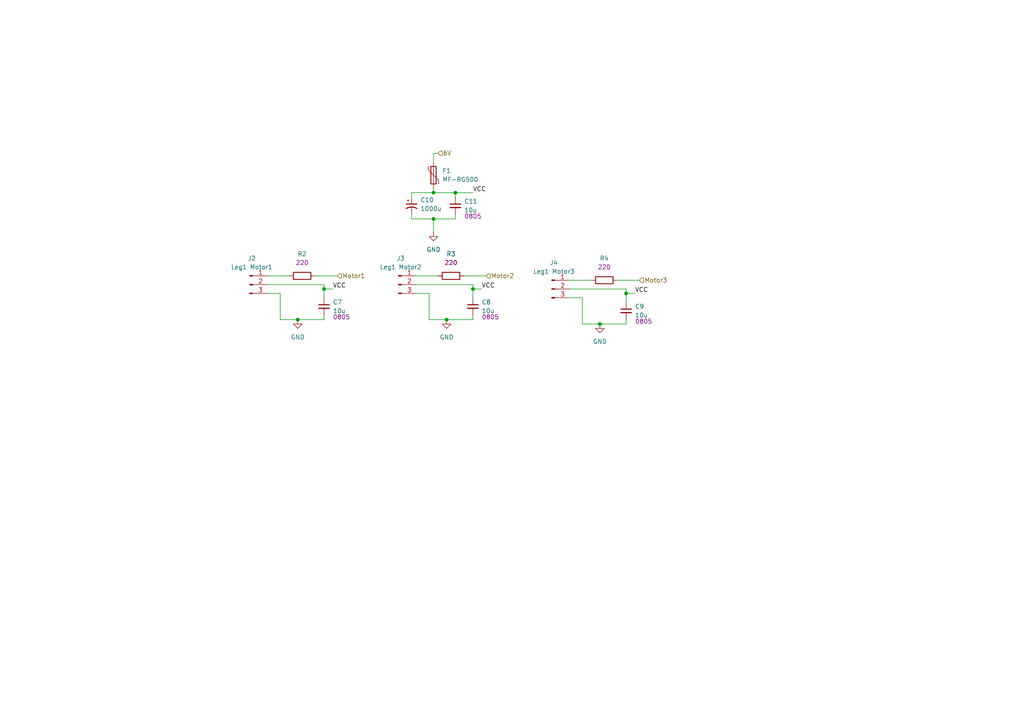
<source format=kicad_sch>
(kicad_sch (version 20250114) (generator "eeschema") (generator_version "9.0")
  (paper "A4")
  (lib_symbols
    (symbol "Connector:Conn_01x03_Pin" (pin_names (offset 1.016) (hide yes))
      (property "Reference" "J" (at 0 5.08 0))
      (property "Value" "Conn_01x03_Pin" (at 0 -5.08 0))
      (symbol "Conn_01x03_Pin_1_1"
        (rectangle (start 0.8636 2.667) (end 0 2.413) (stroke (width 0.1524)) (fill (type outline)))
        (rectangle (start 0.8636 0.127) (end 0 -0.127) (stroke (width 0.1524)) (fill (type outline)))
        (rectangle (start 0.8636 -2.413) (end 0 -2.667) (stroke (width 0.1524)) (fill (type outline)))
        (polyline (pts (xy 1.27 2.54) (xy 0.8636 2.54)) (stroke (width 0.1524)))
        (polyline (pts (xy 1.27 0) (xy 0.8636 0)) (stroke (width 0.1524)))
        (polyline (pts (xy 1.27 -2.54) (xy 0.8636 -2.54)) (stroke (width 0.1524)))
        (pin passive line (at 5.08 2.54 180) (length 3.81) (name "Pin_1") (number "1"))
        (pin passive line (at 5.08 0 180) (length 3.81) (name "Pin_2") (number "2"))
        (pin passive line (at 5.08 -2.54 180) (length 3.81) (name "Pin_3") (number "3"))
      )
    )
    (symbol "Device:C_Polarized_Small_US" (pin_numbers (hide yes)) (pin_names (offset 0.254) (hide yes))
      (property "Reference" "C" (at 0.254 1.778 0))
      (property "Value" "C_Polarized_Small_US" (at 0.254 -2.032 0))
      (symbol "C_Polarized_Small_US_0_1"
        (polyline (pts (xy -1.524 0.508) (xy 1.524 0.508)) (stroke (width 0.3048)))
        (polyline (pts (xy -1.27 1.524) (xy -0.762 1.524)))
        (polyline (pts (xy -1.016 1.27) (xy -1.016 1.778)))
        (arc (start -1.524 -0.762) (mid 0 -0.3734) (end 1.524 -0.762) (stroke (width 0.3048)))
      )
      (symbol "C_Polarized_Small_US_1_1"
        (pin passive line (at 0 2.54 270) (length 2.032) (name "~") (number "1"))
        (pin passive line (at 0 -2.54 90) (length 2.032) (name "~") (number "2"))
      )
    )
    (symbol "Device:C_Small" (pin_numbers (hide yes)) (pin_names (offset 0.254) (hide yes))
      (property "Reference" "C" (at 0.254 1.778 0))
      (property "Value" "C_Small" (at 0.254 -2.032 0))
      (symbol "C_Small_0_1"
        (polyline (pts (xy -1.524 0.508) (xy 1.524 0.508)) (stroke (width 0.3048)))
        (polyline (pts (xy -1.524 -0.508) (xy 1.524 -0.508)) (stroke (width 0.3302)))
      )
      (symbol "C_Small_1_1"
        (pin passive line (at 0 2.54 270) (length 2.032) (name "~") (number "1"))
        (pin passive line (at 0 -2.54 90) (length 2.032) (name "~") (number "2"))
      )
    )
    (symbol "Device:Polyfuse" (pin_numbers (hide yes)) (pin_names (offset 0))
      (property "Reference" "F" (at -2.54 0 90))
      (property "Value" "Polyfuse" (at 2.54 0 90))
      (symbol "Polyfuse_0_1"
        (polyline (pts (xy -1.524 2.54) (xy -1.524 1.524) (xy 1.524 -1.524) (xy 1.524 -2.54)))
        (rectangle (start -0.762 2.54) (end 0.762 -2.54) (stroke (width 0.254)))
        (polyline (pts (xy 0 2.54) (xy 0 -2.54)))
      )
      (symbol "Polyfuse_1_1"
        (pin passive line (at 0 3.81 270) (length 1.27) (name "~") (number "1"))
        (pin passive line (at 0 -3.81 90) (length 1.27) (name "~") (number "2"))
      )
    )
    (symbol "PCM_4ms_Resistor:150K_0603" (pin_numbers (hide yes)) (pin_names (offset 0))
      (property "Reference" "R" (at 2.032 0 90))
      (property "Display" "150K" (at 3.81 0 90))
      (symbol "150K_0603_0_1"
        (rectangle (start -1.016 -2.54) (end 1.016 2.54) (stroke (width 0.254)))
      )
      (symbol "150K_0603_1_1"
        (pin passive line (at 0 3.81 270) (length 1.27) (name "~") (number "1"))
        (pin passive line (at 0 -3.81 90) (length 1.27) (name "~") (number "2"))
      )
    )
    (symbol "power:GND" (power) (pin_numbers (hide yes)) (pin_names (offset 0) (hide yes))
      (property "Value" "GND" (at 0 -3.81 0))
      (symbol "GND_0_1"
        (polyline (pts (xy 0 0) (xy 0 -1.27) (xy 1.27 -1.27) (xy 0 -2.54) (xy -1.27 -1.27) (xy 0 -1.27)))
      )
      (symbol "GND_1_1"
        (pin power_in line (at 0 0 270) (length 0) (name "~") (number "1"))
      )
    )
  )
  (junction (at 93.98 83.82))
  (junction (at 181.61 85.09))
  (junction (at 129.54 92.71))
  (junction (at 132.08 55.88))
  (junction (at 173.99 93.98))
  (junction (at 125.73 55.88))
  (junction (at 125.73 63.5))
  (junction (at 137.16 83.82))
  (junction (at 86.36 92.71))
  (wire (pts (xy 165.1 81.28) (xy 171.45 81.28)))
  (wire (pts (xy 181.61 83.82) (xy 165.1 83.82)))
  (wire (pts (xy 125.73 63.5) (xy 132.08 63.5)))
  (wire (pts (xy 124.46 92.71) (xy 129.54 92.71)))
  (wire (pts (xy 168.91 93.98) (xy 173.99 93.98)))
  (wire (pts (xy 137.16 83.82) (xy 137.16 86.36)))
  (wire (pts (xy 137.16 82.55) (xy 137.16 83.82)))
  (wire (pts (xy 179.07 81.28) (xy 185.42 81.28)))
  (wire (pts (xy 168.91 93.98) (xy 168.91 86.36)))
  (wire (pts (xy 137.16 91.44) (xy 137.16 92.71)))
  (wire (pts (xy 124.46 85.09) (xy 120.65 85.09)))
  (wire (pts (xy 77.47 80.01) (xy 83.82 80.01)))
  (wire (pts (xy 125.73 63.5) (xy 125.73 67.31)))
  (wire (pts (xy 181.61 83.82) (xy 181.61 85.09)))
  (wire (pts (xy 119.38 55.88) (xy 119.38 57.15)))
  (wire (pts (xy 129.54 92.71) (xy 137.16 92.71)))
  (wire (pts (xy 173.99 93.98) (xy 181.61 93.98)))
  (wire (pts (xy 91.44 80.01) (xy 97.79 80.01)))
  (wire (pts (xy 125.73 54.61) (xy 125.73 55.88)))
  (wire (pts (xy 132.08 63.5) (xy 132.08 62.23)))
  (wire (pts (xy 137.16 82.55) (xy 120.65 82.55)))
  (wire (pts (xy 132.08 55.88) (xy 137.16 55.88)))
  (wire (pts (xy 81.28 85.09) (xy 77.47 85.09)))
  (wire (pts (xy 124.46 92.71) (xy 124.46 85.09)))
  (wire (pts (xy 134.62 80.01) (xy 140.97 80.01)))
  (wire (pts (xy 181.61 85.09) (xy 181.61 87.63)))
  (wire (pts (xy 119.38 63.5) (xy 125.73 63.5)))
  (wire (pts (xy 125.73 44.45) (xy 125.73 46.99)))
  (wire (pts (xy 93.98 82.55) (xy 93.98 83.82)))
  (wire (pts (xy 168.91 86.36) (xy 165.1 86.36)))
  (wire (pts (xy 86.36 92.71) (xy 93.98 92.71)))
  (wire (pts (xy 120.65 80.01) (xy 127 80.01)))
  (wire (pts (xy 181.61 85.09) (xy 184.15 85.09)))
  (wire (pts (xy 93.98 83.82) (xy 93.98 86.36)))
  (wire (pts (xy 181.61 92.71) (xy 181.61 93.98)))
  (wire (pts (xy 125.73 55.88) (xy 132.08 55.88)))
  (wire (pts (xy 93.98 83.82) (xy 96.52 83.82)))
  (wire (pts (xy 119.38 55.88) (xy 125.73 55.88)))
  (wire (pts (xy 93.98 82.55) (xy 77.47 82.55)))
  (wire (pts (xy 127 44.45) (xy 125.73 44.45)))
  (wire (pts (xy 81.28 92.71) (xy 81.28 85.09)))
  (wire (pts (xy 119.38 62.23) (xy 119.38 63.5)))
  (wire (pts (xy 93.98 91.44) (xy 93.98 92.71)))
  (wire (pts (xy 81.28 92.71) (xy 86.36 92.71)))
  (wire (pts (xy 137.16 83.82) (xy 139.7 83.82)))
  (wire (pts (xy 132.08 55.88) (xy 132.08 57.15)))
  (label "VCC" (at 96.52 83.82 0))
  (label "VCC" (at 137.16 55.88 0))
  (label "VCC" (at 139.7 83.82 0))
  (label "VCC" (at 184.15 85.09 0))
  (hierarchical_label "6V" (shape input) (at 127 44.45 0))
  (hierarchical_label "Motor3" (shape input) (at 185.42 81.28 0))
  (hierarchical_label "Motor2" (shape input) (at 140.97 80.01 0))
  (hierarchical_label "Motor1" (shape input) (at 97.79 80.01 0))
  (symbol (lib_id "Device:C_Small") (at 137.16 88.9 0) (unit 1)
    (property "Reference" "C8" (at 139.7 87.6362 0) (effects (justify left)))
    (property "Value" "10u" (at 139.7 90.1762 0) (effects (justify left)))
    (property "Footprint" "Capacitor_SMD:C_0805_2012Metric_Pad1.18x1.45mm_HandSolder" (effects (hide yes)))
    (property "Description" "0805" (at 142.24 91.948 0))
  )
  (symbol (lib_id "Connector:Conn_01x03_Pin") (at 160.02 83.82 0) (unit 1)
    (property "Reference" "J4" (at 160.655 76.2 0))
    (property "Value" "Leg1 Motor3" (at 160.655 78.74 0))
    (property "Footprint" "Connector_PinHeader_2.54mm:PinHeader_1x03_P2.54mm_Vertical" (effects (hide yes)))
    (property "Description" "Generic connector, single row, 01x03, script generated" (effects (hide yes)))
  )
  (symbol (lib_id "Device:C_Small") (at 132.08 59.69 0) (unit 1)
    (property "Reference" "C11" (at 134.62 58.4262 0) (effects (justify left)))
    (property "Value" "10u" (at 134.62 60.9662 0) (effects (justify left)))
    (property "Footprint" "Capacitor_SMD:C_0805_2012Metric_Pad1.18x1.45mm_HandSolder" (effects (hide yes)))
    (property "Description" "0805" (at 137.16 62.738 0))
  )
  (symbol (lib_id "Device:C_Small") (at 93.98 88.9 0) (unit 1)
    (property "Reference" "C7" (at 96.52 87.6362 0) (effects (justify left)))
    (property "Value" "10u" (at 96.52 90.1762 0) (effects (justify left)))
    (property "Footprint" "Capacitor_SMD:C_0805_2012Metric_Pad1.18x1.45mm_HandSolder" (effects (hide yes)))
    (property "Description" "0805" (at 99.06 91.948 0))
  )
  (symbol (lib_id "power:GND") (at 129.54 92.71 0) (unit 1)
    (property "Reference" "#PWR031" (effects (hide yes)))
    (property "Value" "GND" (at 129.54 97.79 0))
    (property "Description" "Power symbol creates a global label with name \"GND\" , ground" (effects (hide yes)))
  )
  (symbol (lib_id "Device:C_Polarized_Small_US") (at 119.38 59.69 0) (unit 1)
    (property "Reference" "C10" (at 121.92 57.9881 0) (effects (justify left)))
    (property "Value" "1000u" (at 121.92 60.5281 0) (effects (justify left)))
    (property "Footprint" "Capacitor_SMD:CP_Elec_10x10" (effects (hide yes)))
    (property "Description" "Polarized capacitor, small US symbol" (effects (hide yes)))
  )
  (symbol (lib_id "PCM_4ms_Resistor:150K_0603") (at 130.81 80.01 90) (unit 1)
    (property "Reference" "R3" (at 130.81 73.66 90))
    (property "Value" "150K_0603" (effects (hide yes)))
    (property "Footprint" "PCM_4ms_Resistor:R_0805_2012Metric" (effects (hide yes)))
    (property "Description" "150K, 1%, 1/10W, 0603" (effects (hide yes)))
    (property "Specifications" "150K, 1%, 1/10W, 0603" (effects (hide yes)))
    (property "Manufacturer" "Yageo" (effects (hide yes)))
    (property "Part Number" "RC0603FR-07150KL" (effects (hide yes)))
    (property "Display" "220" (at 130.81 76.2 90))
    (property "JLCPCB ID" "C22807" (effects (hide yes)))
  )
  (symbol (lib_id "Connector:Conn_01x03_Pin") (at 115.57 82.55 0) (unit 1)
    (property "Reference" "J3" (at 116.205 74.93 0))
    (property "Value" "Leg1 Motor2" (at 116.205 77.47 0))
    (property "Footprint" "Connector_PinHeader_2.54mm:PinHeader_1x03_P2.54mm_Vertical" (effects (hide yes)))
    (property "Description" "Generic connector, single row, 01x03, script generated" (effects (hide yes)))
  )
  (symbol (lib_id "Device:Polyfuse") (at 125.73 50.8 0) (unit 1)
    (property "Reference" "F1" (at 128.27 49.5299 0) (effects (justify left)))
    (property "Value" "MF-RG500" (at 128.27 52.0699 0) (effects (justify left)))
    (property "Footprint" "Fuse:Fuse_Bourns_MF-RG500" (effects (hide yes)))
    (property "Description" "Resettable fuse, polymeric positive temperature coefficient" (effects (hide yes)))
  )
  (symbol (lib_id "PCM_4ms_Resistor:150K_0603") (at 175.26 81.28 90) (unit 1)
    (property "Reference" "R4" (at 175.26 74.93 90))
    (property "Value" "150K_0603" (effects (hide yes)))
    (property "Footprint" "PCM_4ms_Resistor:R_0805_2012Metric" (effects (hide yes)))
    (property "Description" "150K, 1%, 1/10W, 0603" (effects (hide yes)))
    (property "Specifications" "150K, 1%, 1/10W, 0603" (effects (hide yes)))
    (property "Manufacturer" "Yageo" (effects (hide yes)))
    (property "Part Number" "RC0603FR-07150KL" (effects (hide yes)))
    (property "Display" "220" (at 175.26 77.47 90))
    (property "JLCPCB ID" "C22807" (effects (hide yes)))
  )
  (symbol (lib_id "power:GND") (at 173.99 93.98 0) (unit 1)
    (property "Reference" "#PWR032" (effects (hide yes)))
    (property "Value" "GND" (at 173.99 99.06 0))
    (property "Description" "Power symbol creates a global label with name \"GND\" , ground" (effects (hide yes)))
  )
  (symbol (lib_id "PCM_4ms_Resistor:150K_0603") (at 87.63 80.01 90) (unit 1)
    (property "Reference" "R2" (at 87.63 73.66 90))
    (property "Value" "150K_0603" (effects (hide yes)))
    (property "Footprint" "PCM_4ms_Resistor:R_0805_2012Metric" (effects (hide yes)))
    (property "Description" "150K, 1%, 1/10W, 0603" (effects (hide yes)))
    (property "Specifications" "150K, 1%, 1/10W, 0603" (effects (hide yes)))
    (property "Manufacturer" "Yageo" (effects (hide yes)))
    (property "Part Number" "RC0603FR-07150KL" (effects (hide yes)))
    (property "Display" "220" (at 87.63 76.2 90))
    (property "JLCPCB ID" "C22807" (effects (hide yes)))
  )
  (symbol (lib_id "power:GND") (at 86.36 92.71 0) (unit 1)
    (property "Reference" "#PWR030" (effects (hide yes)))
    (property "Value" "GND" (at 86.36 97.79 0))
    (property "Description" "Power symbol creates a global label with name \"GND\" , ground" (effects (hide yes)))
  )
  (symbol (lib_id "Connector:Conn_01x03_Pin") (at 72.39 82.55 0) (unit 1)
    (property "Reference" "J2" (at 73.025 74.93 0))
    (property "Value" "Leg1 Motor1" (at 73.025 77.47 0))
    (property "Footprint" "Connector_PinHeader_2.54mm:PinHeader_1x03_P2.54mm_Vertical" (effects (hide yes)))
    (property "Description" "Generic connector, single row, 01x03, script generated" (effects (hide yes)))
  )
  (symbol (lib_id "power:GND") (at 125.73 67.31 0) (unit 1)
    (property "Reference" "#PWR048" (effects (hide yes)))
    (property "Value" "GND" (at 125.73 72.39 0))
    (property "Description" "Power symbol creates a global label with name \"GND\" , ground" (effects (hide yes)))
  )
  (symbol (lib_id "Device:C_Small") (at 181.61 90.17 0) (unit 1)
    (property "Reference" "C9" (at 184.15 88.9062 0) (effects (justify left)))
    (property "Value" "10u" (at 184.15 91.4462 0) (effects (justify left)))
    (property "Footprint" "Capacitor_SMD:C_0805_2012Metric_Pad1.18x1.45mm_HandSolder" (effects (hide yes)))
    (property "Description" "0805" (at 186.69 93.218 0))
  )
)
</source>
